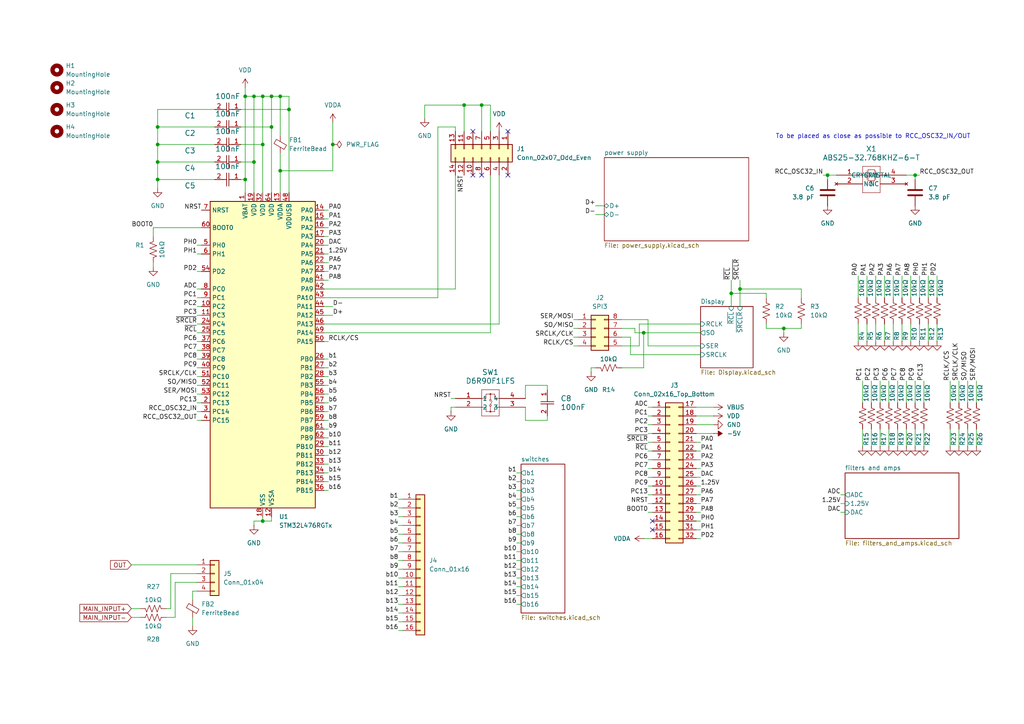
<source format=kicad_sch>
(kicad_sch (version 20231120) (generator "eeschema") (generator_version "8.0")
  (paper "A4")
  (junction (at 134.62 30.48))
  (junction (at 78.74 36.83))
  (junction (at 212.09 85.09))
  (junction (at 76.2 41.91))
  (junction (at 71.12 52.07))
  (junction (at 45.72 46.99))
  (junction (at 240.03 50.8))
  (junction (at 73.66 46.99))
  (junction (at 45.72 52.07))
  (junction (at 81.28 27.94))
  (junction (at 78.74 27.94))
  (junction (at 83.82 31.75))
  (junction (at 186.69 96.52))
  (junction (at 45.72 36.83))
  (junction (at 45.72 41.91))
  (junction (at 96.52 41.91))
  (junction (at 227.33 95.25))
  (junction (at 76.2 27.94))
  (junction (at 71.12 27.94))
  (junction (at 81.28 49.53))
  (junction (at 265.43 50.8))
  (junction (at 139.7 30.48))
  (junction (at 73.66 27.94))
  (junction (at 214.63 83.82))
  (junction (at 76.2 151.13))
  (no_connect (at 147.32 50.8))
  (no_connect (at 137.16 38.1))
  (no_connect (at 189.23 151.13))
  (no_connect (at 139.7 50.8))
  (no_connect (at 189.23 153.67))
  (no_connect (at 147.32 38.1))
  (no_connect (at 137.16 50.8))
  (wire (pts (xy 201.93 140.97) (xy 203.2 140.97)))
  (wire (pts (xy 203.2 148.59) (xy 201.93 148.59)))
  (wire (pts (xy 134.62 30.48) (xy 139.7 30.48)))
  (wire (pts (xy 182.88 97.79) (xy 180.34 97.79)))
  (wire (pts (xy 265.43 129.54) (xy 265.43 124.46)))
  (wire (pts (xy 132.08 50.8) (xy 132.08 83.82)))
  (wire (pts (xy 262.89 50.8) (xy 265.43 50.8)))
  (wire (pts (xy 149.86 144.78) (xy 151.13 144.78)))
  (wire (pts (xy 149.86 139.7) (xy 151.13 139.7)))
  (wire (pts (xy 73.66 46.99) (xy 73.66 27.94)))
  (wire (pts (xy 93.98 71.12) (xy 95.25 71.12)))
  (wire (pts (xy 265.43 52.07) (xy 265.43 50.8)))
  (wire (pts (xy 95.25 114.3) (xy 93.98 114.3)))
  (wire (pts (xy 95.25 81.28) (xy 93.98 81.28)))
  (wire (pts (xy 83.82 31.75) (xy 83.82 27.94)))
  (wire (pts (xy 71.12 27.94) (xy 71.12 52.07)))
  (wire (pts (xy 149.86 154.94) (xy 151.13 154.94)))
  (wire (pts (xy 95.25 78.74) (xy 93.98 78.74)))
  (wire (pts (xy 132.08 38.1) (xy 132.08 36.83)))
  (wire (pts (xy 50.8 168.91) (xy 57.15 168.91)))
  (wire (pts (xy 149.86 157.48) (xy 151.13 157.48)))
  (wire (pts (xy 45.72 52.07) (xy 62.23 52.07)))
  (wire (pts (xy 260.35 116.84) (xy 260.35 110.49)))
  (wire (pts (xy 95.25 76.2) (xy 93.98 76.2)))
  (wire (pts (xy 212.09 85.09) (xy 212.09 88.9)))
  (wire (pts (xy 50.8 179.07) (xy 50.8 168.91)))
  (wire (pts (xy 152.4 121.92) (xy 152.4 118.11)))
  (wire (pts (xy 207.01 125.73) (xy 201.93 125.73)))
  (wire (pts (xy 261.62 86.36) (xy 261.62 80.01)))
  (wire (pts (xy 203.2 135.89) (xy 201.93 135.89)))
  (wire (pts (xy 96.52 41.91) (xy 96.52 49.53)))
  (wire (pts (xy 95.25 66.04) (xy 93.98 66.04)))
  (wire (pts (xy 123.19 30.48) (xy 134.62 30.48)))
  (wire (pts (xy 256.54 86.36) (xy 256.54 80.01)))
  (wire (pts (xy 69.85 41.91) (xy 76.2 41.91)))
  (wire (pts (xy 78.74 55.88) (xy 78.74 36.83)))
  (wire (pts (xy 132.08 36.83) (xy 127 36.83)))
  (wire (pts (xy 187.96 148.59) (xy 189.23 148.59)))
  (wire (pts (xy 69.85 36.83) (xy 78.74 36.83)))
  (wire (pts (xy 38.1 163.83) (xy 57.15 163.83)))
  (wire (pts (xy 130.81 119.38) (xy 130.81 118.11)))
  (wire (pts (xy 187.96 135.89) (xy 189.23 135.89)))
  (wire (pts (xy 57.15 91.44) (xy 58.42 91.44)))
  (wire (pts (xy 186.69 156.21) (xy 189.23 156.21)))
  (wire (pts (xy 62.23 31.75) (xy 45.72 31.75)))
  (wire (pts (xy 95.25 106.68) (xy 93.98 106.68)))
  (wire (pts (xy 71.12 25.4) (xy 71.12 27.94)))
  (wire (pts (xy 240.03 50.8) (xy 242.57 50.8)))
  (wire (pts (xy 115.57 170.18) (xy 116.84 170.18)))
  (wire (pts (xy 232.41 93.98) (xy 232.41 95.25)))
  (wire (pts (xy 57.15 86.36) (xy 58.42 86.36)))
  (wire (pts (xy 95.25 109.22) (xy 93.98 109.22)))
  (wire (pts (xy 158.75 111.76) (xy 152.4 111.76)))
  (wire (pts (xy 57.15 96.52) (xy 58.42 96.52)))
  (wire (pts (xy 264.16 86.36) (xy 264.16 80.01)))
  (wire (pts (xy 262.89 129.54) (xy 262.89 124.46)))
  (wire (pts (xy 95.25 60.96) (xy 93.98 60.96)))
  (wire (pts (xy 139.7 30.48) (xy 139.7 38.1)))
  (wire (pts (xy 38.1 179.07) (xy 40.64 179.07)))
  (wire (pts (xy 252.73 129.54) (xy 252.73 124.46)))
  (wire (pts (xy 267.97 116.84) (xy 267.97 110.49)))
  (wire (pts (xy 214.63 83.82) (xy 214.63 88.9)))
  (wire (pts (xy 81.28 27.94) (xy 78.74 27.94)))
  (wire (pts (xy 45.72 36.83) (xy 45.72 41.91)))
  (wire (pts (xy 187.96 123.19) (xy 189.23 123.19)))
  (wire (pts (xy 255.27 116.84) (xy 255.27 110.49)))
  (wire (pts (xy 260.35 129.54) (xy 260.35 124.46)))
  (wire (pts (xy 76.2 27.94) (xy 73.66 27.94)))
  (wire (pts (xy 259.08 99.06) (xy 259.08 93.98)))
  (wire (pts (xy 265.43 116.84) (xy 265.43 110.49)))
  (wire (pts (xy 73.66 151.13) (xy 76.2 151.13)))
  (wire (pts (xy 93.98 73.66) (xy 95.25 73.66)))
  (wire (pts (xy 166.37 92.71) (xy 167.64 92.71)))
  (wire (pts (xy 257.81 116.84) (xy 257.81 110.49)))
  (wire (pts (xy 207.01 123.19) (xy 201.93 123.19)))
  (wire (pts (xy 283.21 116.84) (xy 283.21 110.49)))
  (wire (pts (xy 81.28 49.53) (xy 96.52 49.53)))
  (wire (pts (xy 267.97 129.54) (xy 267.97 124.46)))
  (wire (pts (xy 57.15 116.84) (xy 58.42 116.84)))
  (wire (pts (xy 187.96 128.27) (xy 189.23 128.27)))
  (wire (pts (xy 171.45 106.68) (xy 171.45 107.95)))
  (wire (pts (xy 184.15 96.52) (xy 184.15 95.25)))
  (wire (pts (xy 45.72 36.83) (xy 62.23 36.83)))
  (wire (pts (xy 38.1 176.53) (xy 40.64 176.53)))
  (wire (pts (xy 187.96 130.81) (xy 189.23 130.81)))
  (wire (pts (xy 95.25 99.06) (xy 93.98 99.06)))
  (wire (pts (xy 203.2 133.35) (xy 201.93 133.35)))
  (wire (pts (xy 149.86 170.18) (xy 151.13 170.18)))
  (wire (pts (xy 95.25 121.92) (xy 93.98 121.92)))
  (wire (pts (xy 115.57 172.72) (xy 116.84 172.72)))
  (wire (pts (xy 149.86 137.16) (xy 151.13 137.16)))
  (wire (pts (xy 259.08 86.36) (xy 259.08 80.01)))
  (wire (pts (xy 81.28 27.94) (xy 81.28 39.37)))
  (wire (pts (xy 203.2 96.52) (xy 186.69 96.52)))
  (wire (pts (xy 185.42 93.98) (xy 185.42 100.33)))
  (wire (pts (xy 57.15 121.92) (xy 58.42 121.92)))
  (wire (pts (xy 166.37 100.33) (xy 167.64 100.33)))
  (wire (pts (xy 187.96 138.43) (xy 189.23 138.43)))
  (wire (pts (xy 95.25 127) (xy 93.98 127)))
  (wire (pts (xy 269.24 86.36) (xy 269.24 80.01)))
  (wire (pts (xy 243.84 148.59) (xy 245.11 148.59)))
  (wire (pts (xy 95.25 116.84) (xy 93.98 116.84)))
  (wire (pts (xy 115.57 160.02) (xy 116.84 160.02)))
  (wire (pts (xy 95.25 132.08) (xy 93.98 132.08)))
  (wire (pts (xy 44.45 66.04) (xy 58.42 66.04)))
  (wire (pts (xy 48.26 179.07) (xy 50.8 179.07)))
  (wire (pts (xy 184.15 95.25) (xy 180.34 95.25)))
  (wire (pts (xy 222.25 93.98) (xy 222.25 95.25)))
  (wire (pts (xy 187.96 120.65) (xy 189.23 120.65)))
  (wire (pts (xy 240.03 52.07) (xy 240.03 50.8)))
  (wire (pts (xy 49.53 166.37) (xy 57.15 166.37)))
  (wire (pts (xy 182.88 102.87) (xy 182.88 97.79)))
  (wire (pts (xy 222.25 86.36) (xy 222.25 85.09)))
  (wire (pts (xy 115.57 147.32) (xy 116.84 147.32)))
  (wire (pts (xy 73.66 152.4) (xy 73.66 151.13)))
  (wire (pts (xy 203.2 153.67) (xy 201.93 153.67)))
  (wire (pts (xy 207.01 118.11) (xy 201.93 118.11)))
  (wire (pts (xy 149.86 160.02) (xy 151.13 160.02)))
  (wire (pts (xy 115.57 157.48) (xy 116.84 157.48)))
  (wire (pts (xy 283.21 129.54) (xy 283.21 124.46)))
  (wire (pts (xy 96.52 88.9) (xy 93.98 88.9)))
  (wire (pts (xy 187.96 146.05) (xy 189.23 146.05)))
  (wire (pts (xy 203.2 102.87) (xy 182.88 102.87)))
  (wire (pts (xy 248.92 86.36) (xy 248.92 80.01)))
  (wire (pts (xy 203.2 151.13) (xy 201.93 151.13)))
  (wire (pts (xy 269.24 99.06) (xy 269.24 93.98)))
  (wire (pts (xy 144.78 50.8) (xy 144.78 93.98)))
  (wire (pts (xy 187.96 125.73) (xy 189.23 125.73)))
  (wire (pts (xy 45.72 41.91) (xy 62.23 41.91)))
  (wire (pts (xy 187.96 92.71) (xy 180.34 92.71)))
  (wire (pts (xy 255.27 129.54) (xy 255.27 124.46)))
  (wire (pts (xy 73.66 27.94) (xy 71.12 27.94)))
  (wire (pts (xy 187.96 133.35) (xy 189.23 133.35)))
  (wire (pts (xy 187.96 140.97) (xy 189.23 140.97)))
  (wire (pts (xy 149.86 175.26) (xy 151.13 175.26)))
  (wire (pts (xy 57.15 93.98) (xy 58.42 93.98)))
  (wire (pts (xy 69.85 46.99) (xy 73.66 46.99)))
  (wire (pts (xy 149.86 162.56) (xy 151.13 162.56)))
  (wire (pts (xy 203.2 128.27) (xy 201.93 128.27)))
  (wire (pts (xy 266.7 86.36) (xy 266.7 80.01)))
  (wire (pts (xy 76.2 149.86) (xy 76.2 151.13)))
  (wire (pts (xy 96.52 35.56) (xy 96.52 41.91)))
  (wire (pts (xy 142.24 38.1) (xy 142.24 30.48)))
  (wire (pts (xy 266.7 99.06) (xy 266.7 93.98)))
  (wire (pts (xy 115.57 175.26) (xy 116.84 175.26)))
  (wire (pts (xy 78.74 36.83) (xy 78.74 27.94)))
  (wire (pts (xy 123.19 30.48) (xy 123.19 34.29)))
  (wire (pts (xy 57.15 104.14) (xy 58.42 104.14)))
  (wire (pts (xy 250.19 129.54) (xy 250.19 124.46)))
  (wire (pts (xy 115.57 144.78) (xy 116.84 144.78)))
  (wire (pts (xy 44.45 66.04) (xy 44.45 68.58)))
  (wire (pts (xy 149.86 142.24) (xy 151.13 142.24)))
  (wire (pts (xy 186.69 106.68) (xy 186.69 96.52)))
  (wire (pts (xy 83.82 55.88) (xy 83.82 31.75)))
  (wire (pts (xy 95.25 137.16) (xy 93.98 137.16)))
  (wire (pts (xy 57.15 99.06) (xy 58.42 99.06)))
  (wire (pts (xy 142.24 50.8) (xy 142.24 96.52)))
  (wire (pts (xy 57.15 101.6) (xy 58.42 101.6)))
  (wire (pts (xy 172.72 62.23) (xy 175.26 62.23)))
  (wire (pts (xy 257.81 129.54) (xy 257.81 124.46)))
  (wire (pts (xy 149.86 172.72) (xy 151.13 172.72)))
  (wire (pts (xy 57.15 78.74) (xy 58.42 78.74)))
  (wire (pts (xy 149.86 165.1) (xy 151.13 165.1)))
  (wire (pts (xy 71.12 52.07) (xy 71.12 55.88)))
  (wire (pts (xy 57.15 106.68) (xy 58.42 106.68)))
  (wire (pts (xy 96.52 91.44) (xy 93.98 91.44)))
  (wire (pts (xy 95.25 142.24) (xy 93.98 142.24)))
  (wire (pts (xy 232.41 83.82) (xy 214.63 83.82)))
  (wire (pts (xy 57.15 71.12) (xy 58.42 71.12)))
  (wire (pts (xy 95.25 104.14) (xy 93.98 104.14)))
  (wire (pts (xy 275.59 129.54) (xy 275.59 124.46)))
  (wire (pts (xy 69.85 52.07) (xy 71.12 52.07)))
  (wire (pts (xy 243.84 143.51) (xy 245.11 143.51)))
  (wire (pts (xy 265.43 50.8) (xy 266.7 50.8)))
  (wire (pts (xy 149.86 167.64) (xy 151.13 167.64)))
  (wire (pts (xy 280.67 116.84) (xy 280.67 110.49)))
  (wire (pts (xy 83.82 27.94) (xy 81.28 27.94)))
  (wire (pts (xy 45.72 46.99) (xy 62.23 46.99)))
  (wire (pts (xy 95.25 119.38) (xy 93.98 119.38)))
  (wire (pts (xy 251.46 86.36) (xy 251.46 80.01)))
  (wire (pts (xy 76.2 55.88) (xy 76.2 41.91)))
  (wire (pts (xy 95.25 68.58) (xy 93.98 68.58)))
  (wire (pts (xy 57.15 83.82) (xy 58.42 83.82)))
  (wire (pts (xy 203.2 93.98) (xy 185.42 93.98)))
  (wire (pts (xy 57.15 73.66) (xy 58.42 73.66)))
  (wire (pts (xy 166.37 95.25) (xy 167.64 95.25)))
  (wire (pts (xy 187.96 143.51) (xy 189.23 143.51)))
  (wire (pts (xy 57.15 171.45) (xy 55.88 171.45)))
  (wire (pts (xy 278.13 116.84) (xy 278.13 110.49)))
  (wire (pts (xy 248.92 99.06) (xy 248.92 93.98)))
  (wire (pts (xy 44.45 77.47) (xy 44.45 76.2)))
  (wire (pts (xy 222.25 85.09) (xy 212.09 85.09)))
  (wire (pts (xy 152.4 111.76) (xy 152.4 115.57)))
  (wire (pts (xy 149.86 147.32) (xy 151.13 147.32)))
  (wire (pts (xy 256.54 99.06) (xy 256.54 93.98)))
  (wire (pts (xy 166.37 97.79) (xy 167.64 97.79)))
  (wire (pts (xy 57.15 109.22) (xy 58.42 109.22)))
  (wire (pts (xy 55.88 171.45) (xy 55.88 173.99)))
  (wire (pts (xy 275.59 116.84) (xy 275.59 110.49)))
  (wire (pts (xy 45.72 41.91) (xy 45.72 46.99)))
  (wire (pts (xy 45.72 52.07) (xy 45.72 54.61)))
  (wire (pts (xy 158.75 121.92) (xy 152.4 121.92)))
  (wire (pts (xy 57.15 119.38) (xy 58.42 119.38)))
  (wire (pts (xy 142.24 30.48) (xy 139.7 30.48)))
  (wire (pts (xy 57.15 88.9) (xy 58.42 88.9)))
  (wire (pts (xy 254 99.06) (xy 254 93.98)))
  (wire (pts (xy 45.72 46.99) (xy 45.72 52.07)))
  (wire (pts (xy 130.81 118.11) (xy 132.08 118.11)))
  (wire (pts (xy 95.25 129.54) (xy 93.98 129.54)))
  (wire (pts (xy 232.41 95.25) (xy 227.33 95.25)))
  (wire (pts (xy 95.25 139.7) (xy 93.98 139.7)))
  (wire (pts (xy 207.01 120.65) (xy 201.93 120.65)))
  (wire (pts (xy 186.69 96.52) (xy 184.15 96.52)))
  (wire (pts (xy 69.85 31.75) (xy 83.82 31.75)))
  (wire (pts (xy 172.72 106.68) (xy 171.45 106.68)))
  (wire (pts (xy 95.25 124.46) (xy 93.98 124.46)))
  (wire (pts (xy 214.63 81.28) (xy 214.63 83.82)))
  (wire (pts (xy 115.57 167.64) (xy 116.84 167.64)))
  (wire (pts (xy 254 86.36) (xy 254 80.01)))
  (wire (pts (xy 187.96 100.33) (xy 187.96 92.71)))
  (wire (pts (xy 149.86 152.4) (xy 151.13 152.4)))
  (wire (pts (xy 127 36.83) (xy 127 86.36)))
  (wire (pts (xy 78.74 151.13) (xy 78.74 149.86)))
  (wire (pts (xy 142.24 96.52) (xy 93.98 96.52)))
  (wire (pts (xy 57.15 111.76) (xy 58.42 111.76)))
  (wire (pts (xy 115.57 154.94) (xy 116.84 154.94)))
  (wire (pts (xy 261.62 99.06) (xy 261.62 93.98)))
  (wire (pts (xy 76.2 151.13) (xy 78.74 151.13)))
  (wire (pts (xy 262.89 116.84) (xy 262.89 110.49)))
  (wire (pts (xy 212.09 81.28) (xy 212.09 85.09)))
  (wire (pts (xy 158.75 111.76) (xy 158.75 113.03)))
  (wire (pts (xy 55.88 179.07) (xy 55.88 181.61)))
  (wire (pts (xy 238.76 50.8) (xy 240.03 50.8)))
  (wire (pts (xy 115.57 182.88) (xy 116.84 182.88)))
  (wire (pts (xy 130.81 115.57) (xy 132.08 115.57)))
  (wire (pts (xy 115.57 165.1) (xy 116.84 165.1)))
  (wire (pts (xy 144.78 93.98) (xy 93.98 93.98)))
  (wire (pts (xy 203.2 156.21) (xy 201.93 156.21)))
  (wire (pts (xy 115.57 180.34) (xy 116.84 180.34)))
  (wire (pts (xy 203.2 143.51) (xy 201.93 143.51)))
  (wire (pts (xy 76.2 41.91) (xy 76.2 27.94)))
  (wire (pts (xy 280.67 129.54) (xy 280.67 124.46)))
  (wire (pts (xy 271.78 99.06) (xy 271.78 93.98)))
  (wire (pts (xy 201.93 138.43) (xy 203.2 138.43)))
  (wire (pts (xy 115.57 162.56) (xy 116.84 162.56)))
  (wire (pts (xy 243.84 146.05) (xy 245.11 146.05)))
  (wire (pts (xy 250.19 116.84) (xy 250.19 110.49)))
  (wire (pts (xy 81.28 44.45) (xy 81.28 49.53)))
  (wire (pts (xy 252.73 116.84) (xy 252.73 110.49)))
  (wire (pts (xy 158.75 121.92) (xy 158.75 120.65)))
  (wire (pts (xy 180.34 106.68) (xy 186.69 106.68)))
  (wire (pts (xy 172.72 59.69) (xy 175.26 59.69)))
  (wire (pts (xy 127 86.36) (xy 93.98 86.36)))
  (wire (pts (xy 251.46 99.06) (xy 251.46 93.98)))
  (wire (pts (xy 115.57 152.4) (xy 116.84 152.4)))
  (wire (pts (xy 185.42 100.33) (xy 180.34 100.33)))
  (wire (pts (xy 45.72 31.75) (xy 45.72 36.83)))
  (wire (pts (xy 48.26 176.53) (xy 49.53 176.53)))
  (wire (pts (xy 203.2 146.05) (xy 201.93 146.05)))
  (wire (pts (xy 227.33 95.25) (xy 227.33 96.52)))
  (wire (pts (xy 271.78 86.36) (xy 271.78 80.01)))
  (wire (pts (xy 278.13 129.54) (xy 278.13 124.46)))
  (wire (pts (xy 132.08 83.82) (xy 93.98 83.82)))
  (wire (pts (xy 149.86 149.86) (xy 151.13 149.86)))
  (wire (pts (xy 187.96 118.11) (xy 189.23 118.11)))
  (wire (pts (xy 81.28 49.53) (xy 81.28 55.88)))
  (wire (pts (xy 95.25 111.76) (xy 93.98 111.76)))
  (wire (pts (xy 78.74 27.94) (xy 76.2 27.94)))
  (wire (pts (xy 203.2 100.33) (xy 187.96 100.33)))
  (wire (pts (xy 95.25 134.62) (xy 93.98 134.62)))
  (wire (pts (xy 57.15 114.3) (xy 58.42 114.3)))
  (wire (pts (xy 264.16 99.06) (xy 264.16 93.98)))
  (wire (pts (xy 134.62 38.1) (xy 134.62 30.48)))
  (wire (pts (xy 232.41 86.36) (xy 232.41 83.82)))
  (wire (pts (xy 203.2 130.81) (xy 201.93 130.81)))
  (wire (pts (xy 95.25 63.5) (xy 93.98 63.5)))
  (wire (pts (xy 115.57 149.86) (xy 116.84 149.86)))
  (wire (pts (xy 49.53 176.53) (xy 49.53 166.37)))
  (wire (pts (xy 222.25 95.25) (xy 227.33 95.25)))
  (wire (pts (xy 115.57 177.8) (xy 116.84 177.8)))
  (wire (pts (xy 73.66 55.88) (xy 73.66 46.99)))
  (text "To be placed as close as possible to RCC_OSC32_IN/OUT" (at 253.238 39.624 0) (effects (font (size 1.27 1.27))))
  (label "b10" (at 149.86 160.02 180))
  (label "b2" (at 115.57 147.32 180))
  (label "SRCLK/CLK" (at 278.13 110.49 90))
  (label "b9" (at 95.25 124.46 0))
  (label "SER/MOSI" (at 166.37 92.71 180))
  (label "b8" (at 149.86 154.94 180))
  (label "b3" (at 95.25 109.22 0))
  (label "RCLK/CS" (at 166.37 100.33 180))
  (label "b8" (at 115.57 162.56 180))
  (label "b5" (at 115.57 154.94 180))
  (label "b2" (at 149.86 139.7 180))
  (label "SO/MISO" (at 280.67 110.49 90))
  (label "PC7" (at 187.96 135.89 180))
  (label "b10" (at 115.57 167.64 180))
  (label "PA0" (at 248.92 80.01 90))
  (label "b10" (at 95.25 127 0))
  (label "RCC_OSC32_OUT" (at 57.15 121.92 180))
  (label "b12" (at 149.86 165.1 180))
  (label "b1" (at 95.25 104.14 0))
  (label "PD2" (at 57.15 78.74 180))
  (label "NRST" (at 130.81 115.57 180))
  (label "PC2" (at 252.73 110.49 90))
  (label "DAC" (at 243.84 148.59 180))
  (label "b7" (at 115.57 160.02 180))
  (label "PA2" (at 95.25 66.04 0))
  (label "RCC_OSC32_IN" (at 238.76 50.8 180))
  (label "PC3" (at 255.27 110.49 90))
  (label "b9" (at 149.86 157.48 180))
  (label "PA2" (at 203.2 133.35 0))
  (label "b16" (at 149.86 175.26 180))
  (label "PA0" (at 203.2 128.27 0))
  (label "b15" (at 115.57 180.34 180))
  (label "PA6" (at 203.2 143.51 0))
  (label "SER/MOSI" (at 57.15 114.3 180))
  (label "PC6" (at 257.81 110.49 90))
  (label "b3" (at 115.57 149.86 180))
  (label "PC1" (at 250.19 110.49 90))
  (label "PA6" (at 259.08 80.01 90))
  (label "D-" (at 172.72 62.23 180))
  (label "b2" (at 95.25 106.68 0))
  (label "b13" (at 95.25 134.62 0))
  (label "b13" (at 149.86 167.64 180))
  (label "b4" (at 95.25 111.76 0))
  (label "RCC_OSC32_IN" (at 57.15 119.38 180))
  (label "b7" (at 149.86 152.4 180))
  (label "PC8" (at 187.96 138.43 180))
  (label "PA3" (at 203.2 135.89 0))
  (label "b5" (at 95.25 114.3 0))
  (label "b4" (at 149.86 144.78 180))
  (label "PD2" (at 271.78 80.01 90))
  (label "PC6" (at 57.15 99.06 180))
  (label "PH0" (at 266.7 80.01 90))
  (label "b6" (at 115.57 157.48 180))
  (label "NRST" (at 58.42 60.96 180))
  (label "PC13" (at 267.97 110.49 90))
  (label "b16" (at 115.57 182.88 180))
  (label "b11" (at 95.25 129.54 0))
  (label "PC7" (at 260.35 110.49 90))
  (label "b15" (at 149.86 172.72 180))
  (label "PC9" (at 57.15 106.68 180))
  (label "DAC" (at 95.25 71.12 0))
  (label "PC1" (at 187.96 120.65 180))
  (label "PA1" (at 203.2 130.81 0))
  (label "PC13" (at 187.96 143.51 180))
  (label "~{SRCLR}" (at 187.96 128.27 180))
  (label "b7" (at 95.25 119.38 0))
  (label "DAC" (at 203.2 138.43 0))
  (label "PD2" (at 203.2 156.21 0))
  (label "PC8" (at 57.15 104.14 180))
  (label "b8" (at 95.25 121.92 0))
  (label "~{SRCLR}" (at 57.15 93.98 180))
  (label "PA1" (at 95.25 63.5 0))
  (label "b14" (at 115.57 177.8 180))
  (label "PC2" (at 187.96 123.19 180))
  (label "SRCLK/CLK" (at 166.37 97.79 180))
  (label "PA2" (at 254 80.01 90))
  (label "RCLK/CS" (at 275.59 110.49 90))
  (label "SRCLK/CLK" (at 57.15 109.22 180))
  (label "PA8" (at 95.25 81.28 0))
  (label "NRST" (at 187.96 146.05 180))
  (label "PA6" (at 95.25 76.2 0))
  (label "BOOT0" (at 44.45 66.04 180))
  (label "D+" (at 96.52 91.44 0))
  (label "1.25V" (at 243.84 146.05 180))
  (label "PH1" (at 269.24 80.01 90))
  (label "PA7" (at 95.25 78.74 0))
  (label "b1" (at 115.57 144.78 180))
  (label "b9" (at 115.57 165.1 180))
  (label "RCC_OSC32_OUT" (at 266.7 50.8 0))
  (label "PC9" (at 265.43 110.49 90))
  (label "PA8" (at 264.16 80.01 90))
  (label "b11" (at 115.57 170.18 180))
  (label "NRST" (at 134.62 50.8 270))
  (label "PC7" (at 57.15 101.6 180))
  (label "1.25V" (at 203.2 140.97 0))
  (label "b1" (at 149.86 137.16 180))
  (label "b15" (at 95.25 139.7 0))
  (label "~{RCL}" (at 57.15 96.52 180))
  (label "PA0" (at 95.25 60.96 0))
  (label "b14" (at 149.86 170.18 180))
  (label "PA7" (at 261.62 80.01 90))
  (label "PC3" (at 187.96 125.73 180))
  (label "b3" (at 149.86 142.24 180))
  (label "b16" (at 95.25 142.24 0))
  (label "~{RCL}" (at 187.96 130.81 180))
  (label "PA3" (at 256.54 80.01 90))
  (label "D+" (at 172.72 59.69 180))
  (label "b4" (at 115.57 152.4 180))
  (label "~{RCL}" (at 212.09 81.28 90))
  (label "PC13" (at 57.15 116.84 180))
  (label "b14" (at 95.25 137.16 0))
  (label "PC3" (at 57.15 91.44 180))
  (label "PA1" (at 251.46 80.01 90))
  (label "SO/MISO" (at 57.15 111.76 180))
  (label "PC9" (at 187.96 140.97 180))
  (label "b13" (at 115.57 175.26 180))
  (label "PC8" (at 262.89 110.49 90))
  (label "b6" (at 149.86 149.86 180))
  (label "1.25V" (at 95.25 73.66 0))
  (label "ADC" (at 243.84 143.51 180))
  (label "PA7" (at 203.2 146.05 0))
  (label "SO/MISO" (at 166.37 95.25 180))
  (label "PH0" (at 57.15 71.12 180))
  (label "b11" (at 149.86 162.56 180))
  (label "ADC" (at 57.15 83.82 180))
  (label "b12" (at 115.57 172.72 180))
  (label "PH1" (at 57.15 73.66 180))
  (label "PA8" (at 203.2 148.59 0))
  (label "PC6" (at 187.96 133.35 180))
  (label "b12" (at 95.25 132.08 0))
  (label "RCLK/CS" (at 95.25 99.06 0))
  (label "PH0" (at 203.2 151.13 0))
  (label "PA3" (at 95.25 68.58 0))
  (label "~{SRCLR}" (at 214.63 81.28 90))
  (label "D-" (at 96.52 88.9 0))
  (label "PH1" (at 203.2 153.67 0))
  (label "ADC" (at 187.96 118.11 180))
  (label "PC1" (at 57.15 86.36 180))
  (label "PC2" (at 57.15 88.9 180))
  (label "BOOT0" (at 187.96 148.59 180))
  (label "b6" (at 95.25 116.84 0))
  (label "SER/MOSI" (at 283.21 110.49 90))
  (label "b5" (at 149.86 147.32 180))
  (global_label "MAIN_INPUT+" (shape input) (at 38.1 176.53 180) (property "Intersheetrefs" "${INTERSHEET_REFS}" (effects (hide yes))))
  (global_label "MAIN_INPUT-" (shape input) (at 38.1 179.07 180) (property "Intersheetrefs" "${INTERSHEET_REFS}" (effects (hide yes))))
  (global_label "OUT" (shape input) (at 38.1 163.83 180) (property "Intersheetrefs" "${INTERSHEET_REFS}" (effects (hide yes))))
  (symbol (lib_id "Device:FerriteBead_Small") (at 55.88 176.53 0) (unit 1)
    (property "Reference" "FB2" (at 58.42 175.2218 0) (effects (justify left)))
    (property "Value" "FerriteBead" (at 58.42 177.7618 0) (effects (justify left)))
    (property "Footprint" "Inductor_SMD:L_0603_1608Metric" (effects (hide yes)))
    (property "Datasheet" "GZ1608D601TF" (effects (hide yes)))
    (property "Description" "Ferrite bead, small symbol" (effects (hide yes)))
  )
  (symbol (lib_id "CMPE2750:CL05B104KP5NNNC") (at 69.85 41.91 180) (unit 1)
    (property "Reference" "C3" (at 55.118 43.688 0) (effects (font (size 1.524 1.524))))
    (property "Value" "100nF" (at 66.04 38.1 0) (effects (font (size 1.524 1.524))))
    (property "Footprint" "Capacitor_SMD:C_0402_1005Metric" (effects (hide yes)))
    (property "Datasheet" "CL05B104KP5NNNC" (effects (hide yes)))
  )
  (symbol (lib_id "power:GND") (at 251.46 99.06 0) (unit 1)
    (property "Reference" "#PWR011" (effects (hide yes)))
    (property "Value" "GND" (effects (hide yes)))
    (property "Description" "Power symbol creates a global label with name \"GND\" , ground" (effects (hide yes)))
  )
  (symbol (lib_id "CMPE2750:D6R90F1LFS") (at 132.08 115.57 0) (unit 1)
    (property "Reference" "SW1" (at 142.24 107.95 0) (effects (font (size 1.524 1.524))))
    (property "Value" "D6R90F1LFS" (at 142.24 110.49 0) (effects (font (size 1.524 1.524))))
    (property "Footprint" "CMPE2750:D6R_CNK" (effects (hide yes)))
    (property "Datasheet" "D6R90F1LFS" (effects (hide yes)))
  )
  (symbol (lib_id "Device:C") (at 265.43 55.88 0) (unit 1)
    (property "Reference" "C7" (at 269.24 54.6099 0) (effects (justify left)))
    (property "Value" "3.8 pF" (at 269.24 57.1499 0) (effects (justify left)))
    (property "Footprint" "Capacitor_SMD:C_0402_1005Metric" (effects (hide yes)))
    (property "Datasheet" "GCM1555C1H3R8CA16D" (effects (hide yes)))
    (property "Description" "Unpolarized capacitor" (effects (hide yes)))
  )
  (symbol (lib_id "power:GND") (at 266.7 99.06 0) (unit 1)
    (property "Reference" "#PWR017" (effects (hide yes)))
    (property "Value" "GND" (effects (hide yes)))
    (property "Description" "Power symbol creates a global label with name \"GND\" , ground" (effects (hide yes)))
  )
  (symbol (lib_id "CMPE2750:0402WGJ0103TCE") (at 261.62 90.17 0) (unit 1)
    (property "Reference" "R9" (at 262.636 98.806 90) (effects (justify left)))
    (property "Value" "10kΩ" (at 262.636 86.106 90) (effects (justify left)))
    (property "Footprint" "Resistor_SMD:R_0402_1005Metric" (effects (hide yes)))
    (property "Datasheet" "0402WGJ0103TCE" (effects (hide yes)))
    (property "Description" "Resistor, US symbol" (effects (hide yes)))
  )
  (symbol (lib_id "power:GND") (at 123.19 34.29 0) (unit 1)
    (property "Reference" "#PWR02" (effects (hide yes)))
    (property "Value" "GND" (at 123.19 39.37 0))
    (property "Description" "Power symbol creates a global label with name \"GND\" , ground" (effects (hide yes)))
  )
  (symbol (lib_id "Mechanical:MountingHole") (at 16.51 20.32 0) (unit 1) (exclude_from_sim yes) (in_bom no)
    (property "Reference" "H1" (at 19.05 19.0499 0) (effects (justify left)))
    (property "Value" "MountingHole" (at 19.05 21.5899 0) (effects (justify left)))
    (property "Footprint" "MountingHole:MountingHole_3.2mm_M3" (effects (hide yes)))
    (property "Description" "Mounting Hole without connection" (effects (hide yes)))
  )
  (symbol (lib_id "CMPE2750:0402WGJ0103TCE") (at 265.43 120.65 0) (unit 1)
    (property "Reference" "R21" (at 266.446 129.286 90) (effects (justify left)))
    (property "Value" "10kΩ" (at 266.446 116.586 90) (effects (justify left)))
    (property "Footprint" "Resistor_SMD:R_0402_1005Metric" (effects (hide yes)))
    (property "Datasheet" "0402WGJ0103TCE" (effects (hide yes)))
    (property "Description" "Resistor, US symbol" (effects (hide yes)))
  )
  (symbol (lib_id "CMPE2750:0402WGJ0103TCE") (at 275.59 120.65 0) (unit 1)
    (property "Reference" "R23" (at 276.606 129.286 90) (effects (justify left)))
    (property "Value" "10kΩ" (at 276.606 116.586 90) (effects (justify left)))
    (property "Footprint" "Resistor_SMD:R_0402_1005Metric" (effects (hide yes)))
    (property "Datasheet" "0402WGJ0103TCE" (effects (hide yes)))
    (property "Description" "Resistor, US symbol" (effects (hide yes)))
  )
  (symbol (lib_id "power:GND") (at 257.81 129.54 0) (unit 1)
    (property "Reference" "#PWR029" (effects (hide yes)))
    (property "Value" "GND" (effects (hide yes)))
    (property "Description" "Power symbol creates a global label with name \"GND\" , ground" (effects (hide yes)))
  )
  (symbol (lib_id "CMPE2750:0402WGJ0103TCE") (at 283.21 120.65 0) (unit 1)
    (property "Reference" "R26" (at 284.226 129.286 90) (effects (justify left)))
    (property "Value" "10kΩ" (at 284.226 116.586 90) (effects (justify left)))
    (property "Footprint" "Resistor_SMD:R_0402_1005Metric" (effects (hide yes)))
    (property "Datasheet" "0402WGJ0103TCE" (effects (hide yes)))
    (property "Description" "Resistor, US symbol" (effects (hide yes)))
  )
  (symbol (lib_id "power:GND") (at 227.33 96.52 0) (unit 1)
    (property "Reference" "#PWR09" (effects (hide yes)))
    (property "Value" "GND" (at 227.33 101.6 0))
    (property "Description" "Power symbol creates a global label with name \"GND\" , ground" (effects (hide yes)))
  )
  (symbol (lib_id "power:GND") (at 278.13 129.54 0) (unit 1)
    (property "Reference" "#PWR035" (effects (hide yes)))
    (property "Value" "GND" (effects (hide yes)))
    (property "Description" "Power symbol creates a global label with name \"GND\" , ground" (effects (hide yes)))
  )
  (symbol (lib_id "power:GND") (at 207.01 123.19 90) (unit 1)
    (property "Reference" "#PWR024" (effects (hide yes)))
    (property "Value" "GND" (at 210.82 123.1899 90) (effects (justify right)))
    (property "Description" "Power symbol creates a global label with name \"GND\" , ground" (effects (hide yes)))
  )
  (symbol (lib_id "CMPE2750:0402WGJ0103TCE") (at 262.89 120.65 0) (unit 1)
    (property "Reference" "R20" (at 263.906 129.286 90) (effects (justify left)))
    (property "Value" "10kΩ" (at 263.906 116.586 90) (effects (justify left)))
    (property "Footprint" "Resistor_SMD:R_0402_1005Metric" (effects (hide yes)))
    (property "Datasheet" "0402WGJ0103TCE" (effects (hide yes)))
    (property "Description" "Resistor, US symbol" (effects (hide yes)))
  )
  (symbol (lib_id "power:VDDA") (at 96.52 35.56 0) (unit 1)
    (property "Reference" "#PWR03" (effects (hide yes)))
    (property "Value" "VDDA" (at 96.52 30.48 0))
    (property "Description" "Power symbol creates a global label with name \"VDDA\"" (effects (hide yes)))
  )
  (symbol (lib_id "power:GND") (at 44.45 77.47 0) (unit 1)
    (property "Reference" "#PWR08" (effects (hide yes)))
    (property "Value" "GND" (at 44.45 82.55 0))
    (property "Description" "Power symbol creates a global label with name \"GND\" , ground" (effects (hide yes)))
  )
  (symbol (lib_id "power:GND") (at 256.54 99.06 0) (unit 1)
    (property "Reference" "#PWR013" (effects (hide yes)))
    (property "Value" "GND" (effects (hide yes)))
    (property "Description" "Power symbol creates a global label with name \"GND\" , ground" (effects (hide yes)))
  )
  (symbol (lib_id "CMPE2750:0402WGJ0103TCE") (at 256.54 90.17 0) (unit 1)
    (property "Reference" "R7" (at 257.556 98.806 90) (effects (justify left)))
    (property "Value" "10kΩ" (at 257.556 86.106 90) (effects (justify left)))
    (property "Footprint" "Resistor_SMD:R_0402_1005Metric" (effects (hide yes)))
    (property "Datasheet" "0402WGJ0103TCE" (effects (hide yes)))
    (property "Description" "Resistor, US symbol" (effects (hide yes)))
  )
  (symbol (lib_id "power:VBUS") (at 207.01 118.11 270) (unit 1)
    (property "Reference" "#PWR021" (effects (hide yes)))
    (property "Value" "VBUS" (at 210.82 118.1099 90) (effects (justify left)))
    (property "Description" "Power symbol creates a global label with name \"VBUS\"" (effects (hide yes)))
  )
  (symbol (lib_id "power:GND") (at 271.78 99.06 0) (unit 1)
    (property "Reference" "#PWR019" (effects (hide yes)))
    (property "Value" "GND" (effects (hide yes)))
    (property "Description" "Power symbol creates a global label with name \"GND\" , ground" (effects (hide yes)))
  )
  (symbol (lib_id "CMPE2750:0402WGJ0103TCE") (at 280.67 120.65 0) (unit 1)
    (property "Reference" "R25" (at 281.686 129.286 90) (effects (justify left)))
    (property "Value" "10kΩ" (at 281.686 116.586 90) (effects (justify left)))
    (property "Footprint" "Resistor_SMD:R_0402_1005Metric" (effects (hide yes)))
    (property "Datasheet" "0402WGJ0103TCE" (effects (hide yes)))
    (property "Description" "Resistor, US symbol" (effects (hide yes)))
  )
  (symbol (lib_id "Mechanical:MountingHole") (at 16.51 38.1 0) (unit 1) (exclude_from_sim yes) (in_bom no)
    (property "Reference" "H4" (at 19.05 36.8299 0) (effects (justify left)))
    (property "Value" "MountingHole" (at 19.05 39.3699 0) (effects (justify left)))
    (property "Footprint" "MountingHole:MountingHole_3.2mm_M3" (effects (hide yes)))
    (property "Description" "Mounting Hole without connection" (effects (hide yes)))
  )
  (symbol (lib_id "CMPE2750:CL05B104KP5NNNC") (at 69.85 52.07 180) (unit 1)
    (property "Reference" "C5" (at 55.118 53.848 0) (effects (font (size 1.524 1.524))))
    (property "Value" "100nF" (at 66.04 48.26 0) (effects (font (size 1.524 1.524))))
    (property "Footprint" "Capacitor_SMD:C_0402_1005Metric" (effects (hide yes)))
    (property "Datasheet" "CL05B104KP5NNNC" (effects (hide yes)))
  )
  (symbol (lib_id "Mechanical:MountingHole") (at 16.51 31.75 0) (unit 1) (exclude_from_sim yes) (in_bom no)
    (property "Reference" "H3" (at 19.05 30.4799 0) (effects (justify left)))
    (property "Value" "MountingHole" (at 19.05 33.0199 0) (effects (justify left)))
    (property "Footprint" "MountingHole:MountingHole_3.2mm_M3" (effects (hide yes)))
    (property "Description" "Mounting Hole without connection" (effects (hide yes)))
  )
  (symbol (lib_id "CMPE2750:0402WGJ0103TCE") (at 44.45 179.07 90) (unit 1)
    (property "Reference" "R28" (at 44.45 185.42 90))
    (property "Value" "10kΩ" (at 44.45 181.61 90))
    (property "Footprint" "Resistor_SMD:R_0402_1005Metric" (effects (hide yes)))
    (property "Datasheet" "0402WGJ0103TCE" (effects (hide yes)))
    (property "Description" "Resistor, US symbol" (effects (hide yes)))
  )
  (symbol (lib_id "CMPE2750:0402WGJ0103TCE") (at 44.45 176.53 90) (mirror x) (unit 1)
    (property "Reference" "R27" (at 44.45 170.18 90))
    (property "Value" "10kΩ" (at 44.45 173.99 90))
    (property "Footprint" "Resistor_SMD:R_0402_1005Metric" (effects (hide yes)))
    (property "Datasheet" "0402WGJ0103TCE" (effects (hide yes)))
    (property "Description" "Resistor, US symbol" (effects (hide yes)))
  )
  (symbol (lib_id "power:GND") (at 265.43 59.69 0) (unit 1)
    (property "Reference" "#PWR07" (effects (hide yes)))
    (property "Value" "GND" (at 265.43 64.77 0))
    (property "Description" "Power symbol creates a global label with name \"GND\" , ground" (effects (hide yes)))
  )
  (symbol (lib_id "CMPE2750:0402WGJ0103TCE") (at 250.19 120.65 0) (unit 1)
    (property "Reference" "R15" (at 251.206 129.286 90) (effects (justify left)))
    (property "Value" "10kΩ" (at 251.206 116.586 90) (effects (justify left)))
    (property "Footprint" "Resistor_SMD:R_0402_1005Metric" (effects (hide yes)))
    (property "Datasheet" "0402WGJ0103TCE" (effects (hide yes)))
    (property "Description" "Resistor, US symbol" (effects (hide yes)))
  )
  (symbol (lib_id "CMPE2750:CL05B104KP5NNNC") (at 158.75 113.03 270) (unit 1)
    (property "Reference" "C8" (at 162.56 115.5699 90) (effects (font (size 1.524 1.524)) (justify left)))
    (property "Value" "100nF" (at 162.56 118.1099 90) (effects (font (size 1.524 1.524)) (justify left)))
    (property "Footprint" "Capacitor_SMD:C_0402_1005Metric" (effects (hide yes)))
    (property "Datasheet" "CL05B104KP5NNNC" (effects (hide yes)))
  )
  (symbol (lib_id "power:GND") (at 261.62 99.06 0) (unit 1)
    (property "Reference" "#PWR015" (effects (hide yes)))
    (property "Value" "GND" (effects (hide yes)))
    (property "Description" "Power symbol creates a global label with name \"GND\" , ground" (effects (hide yes)))
  )
  (symbol (lib_id "CMPE2750:0402WGJ0103TCE") (at 266.7 90.17 0) (unit 1)
    (property "Reference" "R11" (at 267.716 98.806 90) (effects (justify left)))
    (property "Value" "10kΩ" (at 267.716 86.106 90) (effects (justify left)))
    (property "Footprint" "Resistor_SMD:R_0402_1005Metric" (effects (hide yes)))
    (property "Datasheet" "0402WGJ0103TCE" (effects (hide yes)))
    (property "Description" "Resistor, US symbol" (effects (hide yes)))
  )
  (symbol (lib_id "power:GND") (at 45.72 54.61 0) (unit 1)
    (property "Reference" "#PWR05" (effects (hide yes)))
    (property "Value" "GND" (at 45.72 59.69 0))
    (property "Description" "Power symbol creates a global label with name \"GND\" , ground" (effects (hide yes)))
  )
  (symbol (lib_id "Connector_Generic:Conn_02x16_Top_Bottom") (at 194.31 135.89 0) (unit 1)
    (property "Reference" "J3" (at 195.58 111.76 0))
    (property "Value" "Conn_02x16_Top_Bottom" (at 195.58 114.3 0))
    (property "Footprint" "Connector_PinHeader_2.54mm:PinHeader_2x06_P2.54mm_Vertical" (effects (hide yes)))
    (property "Description" "Generic connector, double row, 02x16, top/bottom pin numbering scheme (row 1: 1...pins_per_row, row2: pins_per_row+1 ... num_pins), script generated (kicad-library-utils/schlib/autogen/connector/)" (effects (hide yes)))
  )
  (symbol (lib_id "CMPE2750:0402WGJ0103TCE") (at 252.73 120.65 0) (unit 1)
    (property "Reference" "R16" (at 253.746 129.286 90) (effects (justify left)))
    (property "Value" "10kΩ" (at 253.746 116.586 90) (effects (justify left)))
    (property "Footprint" "Resistor_SMD:R_0402_1005Metric" (effects (hide yes)))
    (property "Datasheet" "0402WGJ0103TCE" (effects (hide yes)))
    (property "Description" "Resistor, US symbol" (effects (hide yes)))
  )
  (symbol (lib_id "power:GND") (at 255.27 129.54 0) (unit 1)
    (property "Reference" "#PWR028" (effects (hide yes)))
    (property "Value" "GND" (effects (hide yes)))
    (property "Description" "Power symbol creates a global label with name \"GND\" , ground" (effects (hide yes)))
  )
  (symbol (lib_id "power:GND") (at 259.08 99.06 0) (unit 1)
    (property "Reference" "#PWR014" (effects (hide yes)))
    (property "Value" "GND" (effects (hide yes)))
    (property "Description" "Power symbol creates a global label with name \"GND\" , ground" (effects (hide yes)))
  )
  (symbol (lib_id "Connector_Generic:Conn_01x04") (at 62.23 166.37 0) (unit 1)
    (property "Reference" "J5" (at 64.77 166.3699 0) (effects (justify left)))
    (property "Value" "Conn_01x04" (at 64.77 168.9099 0) (effects (justify left)))
    (property "Footprint" "Connector_PinHeader_2.54mm:PinHeader_1x04_P2.54mm_Vertical" (effects (hide yes)))
    (property "Description" "Generic connector, single row, 01x04, script generated (kicad-library-utils/schlib/autogen/connector/)" (effects (hide yes)))
  )
  (symbol (lib_id "MCU_ST_STM32L4:STM32L476RGTx") (at 76.2 104.14 0) (unit 1)
    (property "Reference" "U1" (at 80.9341 149.86 0) (effects (justify left)))
    (property "Value" "STM32L476RGTx" (at 80.9341 152.4 0) (effects (justify left)))
    (property "Footprint" "Package_QFP:LQFP-64_10x10mm_P0.5mm" (effects (hide yes)))
    (property "Datasheet" "https://www.st.com/resource/en/datasheet/stm32l476rg.pdf" (effects (hide yes)))
    (property "Description" "STMicroelectronics Arm Cortex-M4 MCU, 1024KB flash, 128KB RAM, 80 MHz, 1.71-3.6V, 51 GPIO, LQFP64" (effects (hide yes)))
  )
  (symbol (lib_id "CMPE2750:0402WGJ0103TCE") (at 176.53 106.68 90) (mirror x) (unit 1)
    (property "Reference" "R14" (at 176.53 113.03 90))
    (property "Value" "10kΩ" (at 176.53 104.14 90))
    (property "Footprint" "Resistor_SMD:R_0402_1005Metric" (effects (hide yes)))
    (property "Datasheet" "0402WGJ0103TCE" (effects (hide yes)))
    (property "Description" "Resistor, US symbol" (effects (hide yes)))
  )
  (symbol (lib_id "power:GND") (at 269.24 99.06 0) (unit 1)
    (property "Reference" "#PWR018" (effects (hide yes)))
    (property "Value" "GND" (effects (hide yes)))
    (property "Description" "Power symbol creates a global label with name \"GND\" , ground" (effects (hide yes)))
  )
  (symbol (lib_id "CMPE2750:0402WGJ0103TCE") (at 264.16 90.17 0) (unit 1)
    (property "Reference" "R10" (at 265.176 98.806 90) (effects (justify left)))
    (property "Value" "10kΩ" (at 265.176 86.106 90) (effects (justify left)))
    (property "Footprint" "Resistor_SMD:R_0402_1005Metric" (effects (hide yes)))
    (property "Datasheet" "0402WGJ0103TCE" (effects (hide yes)))
    (property "Description" "Resistor, US symbol" (effects (hide yes)))
  )
  (symbol (lib_id "power:VDDA") (at 186.69 156.21 90) (unit 1)
    (property "Reference" "#PWR039" (effects (hide yes)))
    (property "Value" "VDDA" (at 182.88 156.2099 90) (effects (justify left)))
    (property "Description" "Power symbol creates a global label with name \"VDDA\"" (effects (hide yes)))
  )
  (symbol (lib_id "CMPE2750:0402WGJ0103TCE") (at 254 90.17 0) (unit 1)
    (property "Reference" "R6" (at 255.016 98.806 90) (effects (justify left)))
    (property "Value" "10kΩ" (at 255.016 86.106 90) (effects (justify left)))
    (property "Footprint" "Resistor_SMD:R_0402_1005Metric" (effects (hide yes)))
    (property "Datasheet" "0402WGJ0103TCE" (effects (hide yes)))
    (property "Description" "Resistor, US symbol" (effects (hide yes)))
  )
  (symbol (lib_id "CMPE2750:0402WGJ0103TCE") (at 271.78 90.17 0) (unit 1)
    (property "Reference" "R13" (at 272.796 98.806 90) (effects (justify left)))
    (property "Value" "10kΩ" (at 272.796 86.106 90) (effects (justify left)))
    (property "Footprint" "Resistor_SMD:R_0402_1005Metric" (effects (hide yes)))
    (property "Datasheet" "0402WGJ0103TCE" (effects (hide yes)))
    (property "Description" "Resistor, US symbol" (effects (hide yes)))
  )
  (symbol (lib_id "CMPE2750:0402WGJ0103TCE") (at 232.41 90.17 0) (unit 1)
    (property "Reference" "R3" (at 234.95 88.8999 0) (effects (justify left)))
    (property "Value" "10kΩ" (at 234.95 91.4399 0) (effects (justify left)))
    (property "Footprint" "Resistor_SMD:R_0402_1005Metric" (effects (hide yes)))
    (property "Datasheet" "0402WGJ0103TCE" (effects (hide yes)))
    (property "Description" "Resistor, US symbol" (effects (hide yes)))
  )
  (symbol (lib_id "power:GND") (at 240.03 59.69 0) (unit 1)
    (property "Reference" "#PWR06" (effects (hide yes)))
    (property "Value" "GND" (at 240.03 64.77 0))
    (property "Description" "Power symbol creates a global label with name \"GND\" , ground" (effects (hide yes)))
  )
  (symbol (lib_id "CMPE2750:0402WGJ0103TCE") (at 269.24 90.17 0) (unit 1)
    (property "Reference" "R12" (at 270.256 98.806 90) (effects (justify left)))
    (property "Value" "10kΩ" (at 270.256 86.106 90) (effects (justify left)))
    (property "Footprint" "Resistor_SMD:R_0402_1005Metric" (effects (hide yes)))
    (property "Datasheet" "0402WGJ0103TCE" (effects (hide yes)))
    (property "Description" "Resistor, US symbol" (effects (hide yes)))
  )
  (symbol (lib_id "power:GND") (at 73.66 152.4 0) (unit 1)
    (property "Reference" "#PWR038" (effects (hide yes)))
    (property "Value" "GND" (at 73.66 157.48 0))
    (property "Description" "Power symbol creates a global label with name \"GND\" , ground" (effects (hide yes)))
  )
  (symbol (lib_id "Device:FerriteBead_Small") (at 81.28 41.91 0) (unit 1)
    (property "Reference" "FB1" (at 83.82 40.6018 0) (effects (justify left)))
    (property "Value" "FerriteBead" (at 83.82 43.1418 0) (effects (justify left)))
    (property "Footprint" "Inductor_SMD:L_0603_1608Metric" (effects (hide yes)))
    (property "Datasheet" "GZ1608D601TF" (effects (hide yes)))
    (property "Description" "Ferrite bead, small symbol" (effects (hide yes)))
  )
  (symbol (lib_id "CMPE2750:0402WGJ0103TCE") (at 260.35 120.65 0) (unit 1)
    (property "Reference" "R19" (at 261.366 129.286 90) (effects (justify left)))
    (property "Value" "10kΩ" (at 261.366 116.586 90) (effects (justify left)))
    (property "Footprint" "Resistor_SMD:R_0402_1005Metric" (effects (hide yes)))
    (property "Datasheet" "0402WGJ0103TCE" (effects (hide yes)))
    (property "Description" "Resistor, US symbol" (effects (hide yes)))
  )
  (symbol (lib_id "CMPE2750:CL05B104KP5NNNC") (at 69.85 36.83 180) (unit 1)
    (property "Reference" "C2" (at 55.118 38.608 0) (effects (font (size 1.524 1.524))))
    (property "Value" "100nF" (at 66.04 33.02 0) (effects (font (size 1.524 1.524))))
    (property "Footprint" "Capacitor_SMD:C_0402_1005Metric" (effects (hide yes)))
    (property "Datasheet" "CL05B104KP5NNNC" (effects (hide yes)))
  )
  (symbol (lib_id "CMPE2750:0402WGJ0103TCE") (at 278.13 120.65 0) (unit 1)
    (property "Reference" "R24" (at 279.146 129.286 90) (effects (justify left)))
    (property "Value" "10kΩ" (at 279.146 116.586 90) (effects (justify left)))
    (property "Footprint" "Resistor_SMD:R_0402_1005Metric" (effects (hide yes)))
    (property "Datasheet" "0402WGJ0103TCE" (effects (hide yes)))
    (property "Description" "Resistor, US symbol" (effects (hide yes)))
  )
  (symbol (lib_id "Connector_Generic:Conn_02x07_Odd_Even") (at 139.7 43.18 270) (unit 1)
    (property "Reference" "J1" (at 149.86 43.1799 90) (effects (justify left)))
    (property "Value" "Conn_02x07_Odd_Even" (at 149.86 45.7199 90) (effects (justify left)))
    (property "Footprint" "Connector_PinHeader_1.27mm:PinHeader_2x07_P1.27mm_Vertical" (effects (hide yes)))
    (property "Description" "Generic connector, double row, 02x07, odd/even pin numbering scheme (row 1 odd numbers, row 2 even numbers), script generated (kicad-library-utils/schlib/autogen/connector/)" (effects (hide yes)))
  )
  (symbol (lib_id "power:VDD") (at 71.12 25.4 0) (unit 1)
    (property "Reference" "#PWR01" (effects (hide yes)))
    (property "Value" "VDD" (at 71.12 20.32 0))
    (property "Description" "Power symbol creates a global label with name \"VDD\"" (effects (hide yes)))
  )
  (symbol (lib_id "Device:C") (at 240.03 55.88 0) (mirror y) (unit 1)
    (property "Reference" "C6" (at 236.22 54.6099 0) (effects (justify left)))
    (property "Value" "3.8 pF" (at 236.22 57.1499 0) (effects (justify left)))
    (property "Footprint" "Capacitor_SMD:C_0402_1005Metric" (effects (hide yes)))
    (property "Datasheet" "GCM1555C1H3R8CA16D" (effects (hide yes)))
    (property "Description" "Unpolarized capacitor" (effects (hide yes)))
  )
  (symbol (lib_id "power:-5V") (at 207.01 125.73 270) (unit 1)
    (property "Reference" "#PWR025" (effects (hide yes)))
    (property "Value" "-5V" (at 210.82 125.7299 90) (effects (justify left)))
    (property "Description" "Power symbol creates a global label with name \"-5V\"" (effects (hide yes)))
  )
  (symbol (lib_id "power:GND") (at 267.97 129.54 0) (unit 1)
    (property "Reference" "#PWR033" (effects (hide yes)))
    (property "Value" "GND" (effects (hide yes)))
    (property "Description" "Power symbol creates a global label with name \"GND\" , ground" (effects (hide yes)))
  )
  (symbol (lib_id "CMPE2750:CL05B104KP5NNNC") (at 69.85 46.99 180) (unit 1)
    (property "Reference" "C4" (at 55.118 48.768 0) (effects (font (size 1.524 1.524))))
    (property "Value" "100nF" (at 66.04 43.18 0) (effects (font (size 1.524 1.524))))
    (property "Footprint" "Capacitor_SMD:C_0402_1005Metric" (effects (hide yes)))
    (property "Datasheet" "CL05B104KP5NNNC" (effects (hide yes)))
  )
  (symbol (lib_id "power:GND") (at 55.88 181.61 0) (unit 1)
    (property "Reference" "#PWR040" (effects (hide yes)))
    (property "Value" "GND" (at 55.88 186.69 0))
    (property "Description" "Power symbol creates a global label with name \"GND\" , ground" (effects (hide yes)))
  )
  (symbol (lib_id "CMPE2750:0402WGJ0103TCE") (at 248.92 90.17 0) (unit 1)
    (property "Reference" "R4" (at 249.936 98.806 90) (effects (justify left)))
    (property "Value" "10kΩ" (at 249.936 86.106 90) (effects (justify left)))
    (property "Footprint" "Resistor_SMD:R_0402_1005Metric" (effects (hide yes)))
    (property "Datasheet" "0402WGJ0103TCE" (effects (hide yes)))
    (property "Description" "Resistor, US symbol" (effects (hide yes)))
  )
  (symbol (lib_id "Mechanical:MountingHole") (at 16.51 25.4 0) (unit 1) (exclude_from_sim yes) (in_bom no)
    (property "Reference" "H2" (at 19.05 24.1299 0) (effects (justify left)))
    (property "Value" "MountingHole" (at 19.05 26.6699 0) (effects (justify left)))
    (property "Footprint" "MountingHole:MountingHole_3.2mm_M3" (effects (hide yes)))
    (property "Description" "Mounting Hole without connection" (effects (hide yes)))
  )
  (symbol (lib_id "Connector_Generic:Conn_02x04_Counter_Clockwise") (at 172.72 95.25 0) (unit 1)
    (property "Reference" "J2" (at 173.99 86.36 0))
    (property "Value" "SPI3" (at 173.99 88.9 0))
    (property "Footprint" "Connector_PinHeader_2.54mm:PinHeader_2x04_P2.54mm_Vertical" (effects (hide yes)))
    (property "Description" "Generic connector, double row, 02x04, counter clockwise pin numbering scheme (similar to DIP package numbering), script generated (kicad-library-utils/schlib/autogen/connector/)" (effects (hide yes)))
  )
  (symbol (lib_id "CMPE2750:0402WGJ0103TCE") (at 251.46 90.17 0) (unit 1)
    (property "Reference" "R5" (at 252.476 98.806 90) (effects (justify left)))
    (property "Value" "10kΩ" (at 252.476 86.106 90) (effects (justify left)))
    (property "Footprint" "Resistor_SMD:R_0402_1005Metric" (effects (hide yes)))
    (property "Datasheet" "0402WGJ0103TCE" (effects (hide yes)))
    (property "Description" "Resistor, US symbol" (effects (hide yes)))
  )
  (symbol (lib_id "power:GND") (at 254 99.06 0) (unit 1)
    (property "Reference" "#PWR012" (effects (hide yes)))
    (property "Value" "GND" (effects (hide yes)))
    (property "Description" "Power symbol creates a global label with name \"GND\" , ground" (effects (hide yes)))
  )
  (symbol (lib_id "CMPE2750:0402WGJ0103TCE") (at 257.81 120.65 0) (unit 1)
    (property "Reference" "R18" (at 258.826 129.286 90) (effects (justify left)))
    (property "Value" "10kΩ" (at 258.826 116.586 90) (effects (justify left)))
    (property "Footprint" "Resistor_SMD:R_0402_1005Metric" (effects (hide yes)))
    (property "Datasheet" "0402WGJ0103TCE" (effects (hide yes)))
    (property "Description" "Resistor, US symbol" (effects (hide yes)))
  )
  (symbol (lib_id "power:GND") (at 262.89 129.54 0) (unit 1)
    (property "Reference" "#PWR031" (effects (hide yes)))
    (property "Value" "GND" (effects (hide yes)))
    (property "Description" "Power symbol creates a global label with name \"GND\" , ground" (effects (hide yes)))
  )
  (symbol (lib_id "power:GND") (at 275.59 129.54 0) (unit 1)
    (property "Reference" "#PWR034" (effects (hide yes)))
    (property "Value" "GND" (effects (hide yes)))
    (property "Description" "Power symbol creates a global label with name \"GND\" , ground" (effects (hide yes)))
  )
  (symbol (lib_id "power:GND") (at 252.73 129.54 0) (unit 1)
    (property "Reference" "#PWR027" (effects (hide yes)))
    (property "Value" "GND" (effects (hide yes)))
    (property "Description" "Power symbol creates a global label with name \"GND\" , ground" (effects (hide yes)))
  )
  (symbol (lib_id "power:GND") (at 283.21 129.54 0) (unit 1)
    (property "Reference" "#PWR037" (effects (hide yes)))
    (property "Value" "GND" (effects (hide yes)))
    (property "Description" "Power symbol creates a global label with name \"GND\" , ground" (effects (hide yes)))
  )
  (symbol (lib_id "CMPE2750:0402WGJ0103TCE") (at 259.08 90.17 0) (unit 1)
    (property "Reference" "R8" (at 260.096 98.806 90) (effects (justify left)))
    (property "Value" "10kΩ" (at 260.096 86.106 90) (effects (justify left)))
    (property "Footprint" "Resistor_SMD:R_0402_1005Metric" (effects (hide yes)))
    (property "Datasheet" "0402WGJ0103TCE" (effects (hide yes)))
    (property "Description" "Resistor, US symbol" (effects (hide yes)))
  )
  (symbol (lib_id "power:VDD") (at 144.78 38.1 0) (unit 1)
    (property "Reference" "#PWR04" (effects (hide yes)))
    (property "Value" "VDD" (at 144.78 33.02 0))
    (property "Description" "Power symbol creates a global label with name \"VDD\"" (effects (hide yes)))
  )
  (symbol (lib_id "power:GND") (at 280.67 129.54 0) (unit 1)
    (property "Reference" "#PWR036" (effects (hide yes)))
    (property "Value" "GND" (effects (hide yes)))
    (property "Description" "Power symbol creates a global label with name \"GND\" , ground" (effects (hide yes)))
  )
  (symbol (lib_id "CMPE2750:0402WGJ0103TCE") (at 44.45 72.39 0) (mirror y) (unit 1)
    (property "Reference" "R1" (at 41.91 71.1199 0) (effects (justify left)))
    (property "Value" "10kΩ" (at 46.99 72.39 90))
    (property "Footprint" "Resistor_SMD:R_0402_1005Metric" (effects (hide yes)))
    (property "Datasheet" "0402WGJ0103TCE" (effects (hide yes)))
    (property "Description" "Resistor, US symbol" (effects (hide yes)))
  )
  (symbol (lib_id "power:VDD") (at 207.01 120.65 270) (unit 1)
    (property "Reference" "#PWR023" (effects (hide yes)))
    (property "Value" "VDD" (at 210.82 120.6499 90) (effects (justify left)))
    (property "Description" "Power symbol creates a global label with name \"VDD\"" (effects (hide yes)))
  )
  (symbol (lib_id "Connector_Generic:Conn_01x16") (at 121.92 162.56 0) (unit 1)
    (property "Reference" "J4" (at 124.46 162.5599 0) (effects (justify left)))
    (property "Value" "Conn_01x16" (at 124.46 165.0999 0) (effects (justify left)))
    (property "Footprint" "Connector_PinHeader_2.54mm:PinHeader_1x06_P2.54mm_Vertical" (effects (hide yes)))
    (property "Description" "Generic connector, single row, 01x16, script generated (kicad-library-utils/schlib/autogen/connector/)" (effects (hide yes)))
  )
  (symbol (lib_id "power:GND") (at 265.43 129.54 0) (unit 1)
    (property "Reference" "#PWR032" (effects (hide yes)))
    (property "Value" "GND" (effects (hide yes)))
    (property "Description" "Power symbol creates a global label with name \"GND\" , ground" (effects (hide yes)))
  )
  (symbol (lib_id "CMPE2750:CL05B104KP5NNNC") (at 69.85 31.75 180) (unit 1)
    (property "Reference" "C1" (at 55.118 33.528 0) (effects (font (size 1.524 1.524))))
    (property "Value" "100nF" (at 66.04 27.94 0) (effects (font (size 1.524 1.524))))
    (property "Footprint" "Capacitor_SMD:C_0402_1005Metric" (effects (hide yes)))
    (property "Datasheet" "CL05B104KP5NNNC" (effects (hide yes)))
  )
  (symbol (lib_id "CMPE2750:0402WGJ0103TCE") (at 222.25 90.17 0) (unit 1)
    (property "Reference" "R2" (at 224.79 88.8999 0) (effects (justify left)))
    (property "Value" "10kΩ" (at 224.79 91.4399 0) (effects (justify left)))
    (property "Footprint" "Resistor_SMD:R_0402_1005Metric" (effects (hide yes)))
    (property "Datasheet" "0402WGJ0103TCE" (effects (hide yes)))
    (property "Description" "Resistor, US symbol" (effects (hide yes)))
  )
  (symbol (lib_id "power:PWR_FLAG") (at 96.52 41.91 270) (unit 1)
    (property "Reference" "#FLG01" (effects (hide yes)))
    (property "Value" "PWR_FLAG" (at 100.33 41.9099 90) (effects (justify left)))
    (property "Description" "Special symbol for telling ERC where power comes from" (effects (hide yes)))
  )
  (symbol (lib_id "power:GND") (at 250.19 129.54 0) (unit 1)
    (property "Reference" "#PWR026" (effects (hide yes)))
    (property "Value" "GND" (effects (hide yes)))
    (property "Description" "Power symbol creates a global label with name \"GND\" , ground" (effects (hide yes)))
  )
  (symbol (lib_id "power:GND") (at 260.35 129.54 0) (unit 1)
    (property "Reference" "#PWR030" (effects (hide yes)))
    (property "Value" "GND" (effects (hide yes)))
    (property "Description" "Power symbol creates a global label with name \"GND\" , ground" (effects (hide yes)))
  )
  (symbol (lib_id "CMPE2750:0402WGJ0103TCE") (at 255.27 120.65 0) (unit 1)
    (property "Reference" "R17" (at 256.286 129.286 90) (effects (justify left)))
    (property "Value" "10kΩ" (at 256.286 116.586 90) (effects (justify left)))
    (property "Footprint" "Resistor_SMD:R_0402_1005Metric" (effects (hide yes)))
    (property "Datasheet" "0402WGJ0103TCE" (effects (hide yes)))
    (property "Description" "Resistor, US symbol" (effects (hide yes)))
  )
  (symbol (lib_id "power:GND") (at 264.16 99.06 0) (unit 1)
    (property "Reference" "#PWR016" (effects (hide yes)))
    (property "Value" "GND" (effects (hide yes)))
    (property "Description" "Power symbol creates a global label with name \"GND\" , ground" (effects (hide yes)))
  )
  (symbol (lib_id "power:GND") (at 248.92 99.06 0) (unit 1)
    (property "Reference" "#PWR010" (effects (hide yes)))
    (property "Value" "GND" (effects (hide yes)))
    (property "Description" "Power symbol creates a global label with name \"GND\" , ground" (effects (hide yes)))
  )
  (symbol (lib_id "CMPE2750:ABS25-32.768KHZ-6-T") (at 242.57 50.8 0) (unit 1)
    (property "Reference" "X1" (at 252.73 43.18 0) (effects (font (size 1.524 1.524))))
    (property "Value" "ABS25-32.768KHZ-6-T" (at 252.73 45.72 0) (effects (font (size 1.524 1.524))))
    (property "Footprint" "CMPE2750:X_ABS25_ABR" (effects (hide yes)))
    (property "Datasheet" "ABS25-32.768KHZ-6-T" (effects (hide yes)))
  )
  (symbol (lib_id "CMPE2750:0402WGJ0103TCE") (at 267.97 120.65 0) (unit 1)
    (property "Reference" "R22" (at 268.986 129.286 90) (effects (justify left)))
    (property "Value" "10kΩ" (at 268.986 116.586 90) (effects (justify left)))
    (property "Footprint" "Resistor_SMD:R_0402_1005Metric" (effects (hide yes)))
    (property "Datasheet" "0402WGJ0103TCE" (effects (hide yes)))
    (property "Description" "Resistor, US symbol" (effects (hide yes)))
  )
  (symbol (lib_id "power:GND") (at 171.45 107.95 0) (unit 1)
    (property "Reference" "#PWR020" (effects (hide yes)))
    (property "Value" "GND" (at 171.45 113.03 0))
    (property "Description" "Power symbol creates a global label with name \"GND\" , ground" (effects (hide yes)))
  )
  (symbol (lib_id "power:GND") (at 130.81 119.38 0) (unit 1)
    (property "Reference" "#PWR022" (effects (hide yes)))
    (property "Value" "GND" (at 130.81 124.46 0))
    (property "Description" "Power symbol creates a global label with name \"GND\" , ground" (effects (hide yes)))
  )
  (sheet (at 175.26 45.72) (size 41.91 24.13) (stroke (width 0.1524))
    (property "Sheetname" "power supply" (at 175.26 45.0084 0) (effects (justify left bottom)))
    (property "Sheetfile" "power_supply.kicad_sch" (at 175.26 70.4346 0) (effects (justify left top)))
    (pin "D+" bidirectional (at 175.26 59.69 180))
    (pin "D-" bidirectional (at 175.26 62.23 180))
  )
  (sheet (at 151.13 134.62) (size 12.7 43.18) (stroke (width 0.1524))
    (property "Sheetname" "switches" (at 151.13 133.9084 0) (effects (justify left bottom)))
    (property "Sheetfile" "switches.kicad_sch" (at 151.13 178.3846 0) (effects (justify left top)))
    (pin "b16" output (at 151.13 175.26 180))
    (pin "b15" output (at 151.13 172.72 180))
    (pin "b14" output (at 151.13 170.18 180))
    (pin "b13" output (at 151.13 167.64 180))
    (pin "b12" output (at 151.13 165.1 180))
    (pin "b11" output (at 151.13 162.56 180))
    (pin "b10" output (at 151.13 160.02 180))
    (pin "b9" output (at 151.13 157.48 180))
    (pin "b7" output (at 151.13 152.4 180))
    (pin "b6" output (at 151.13 149.86 180))
    (pin "b8" output (at 151.13 154.94 180))
    (pin "b5" output (at 151.13 147.32 180))
    (pin "b4" output (at 151.13 144.78 180))
    (pin "b3" output (at 151.13 142.24 180))
    (pin "b2" output (at 151.13 139.7 180))
    (pin "b1" output (at 151.13 137.16 180))
  )
  (sheet (at 203.2 88.9) (size 15.24 17.78) (stroke (width 0.1524))
    (property "Sheetname" "Display" (at 203.2 88.1884 0) (effects (justify left bottom)))
    (property "Sheetfile" "Display.kicad_sch" (at 203.2 107.2646 0) (effects (justify left top)))
    (pin "SER" input (at 203.2 100.33 180))
    (pin "~{SRCLR}" input (at 214.63 88.9 90))
    (pin "SRCLK" input (at 203.2 102.87 180))
    (pin "~{RCL}" input (at 212.09 88.9 90))
    (pin "RCLK" input (at 203.2 93.98 180))
    (pin "SO" output (at 203.2 96.52 180))
  )
  (sheet (at 245.11 137.16) (size 33.02 19.05) (stroke (width 0.1524))
    (property "Sheetname" "filters and amps" (at 245.11 136.4484 0) (effects (justify left bottom)))
    (property "Sheetfile" "filters_and_amps.kicad_sch" (at 245.11 156.7946 0) (effects (justify left top)))
    (pin "ADC" output (at 245.11 143.51 180))
    (pin "1.25V" input (at 245.11 146.05 180))
    (pin "DAC" input (at 245.11 148.59 180))
  )
)
</source>
